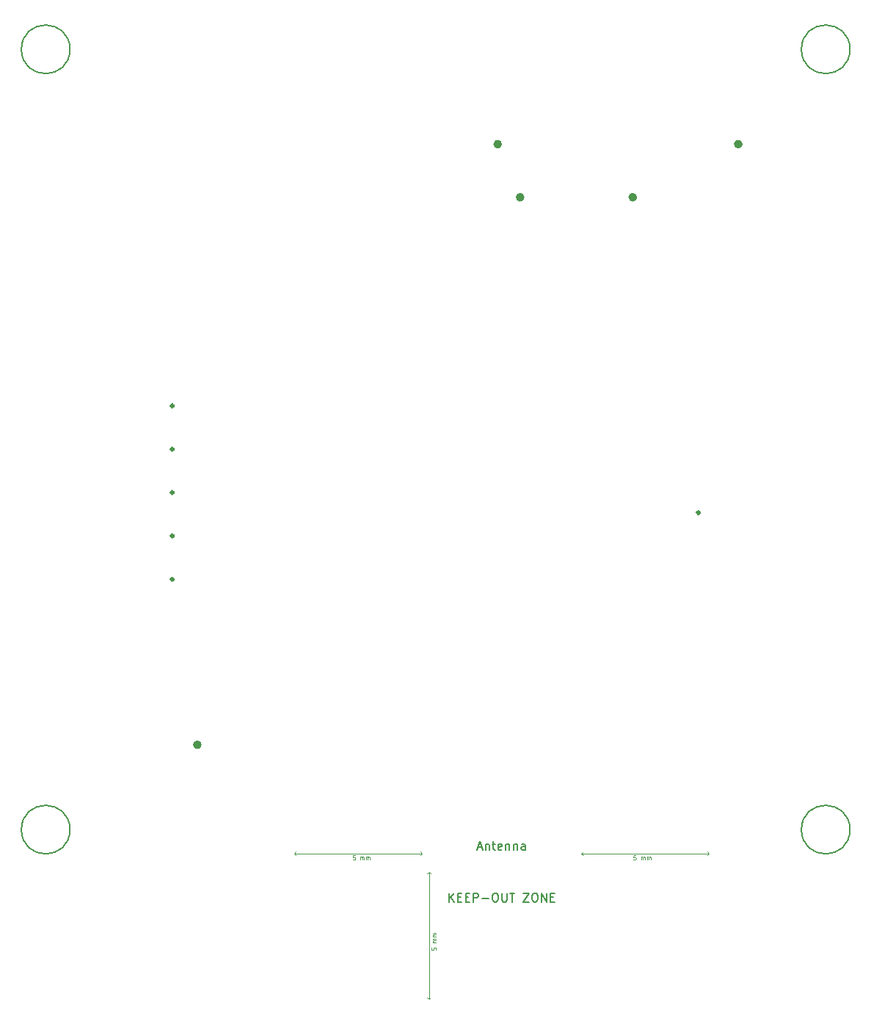
<source format=gbr>
%TF.GenerationSoftware,KiCad,Pcbnew,9.0.0*%
%TF.CreationDate,2025-03-04T23:32:21+01:00*%
%TF.ProjectId,garage-door-controller,67617261-6765-42d6-946f-6f722d636f6e,rev?*%
%TF.SameCoordinates,Original*%
%TF.FileFunction,Other,Comment*%
%FSLAX46Y46*%
G04 Gerber Fmt 4.6, Leading zero omitted, Abs format (unit mm)*
G04 Created by KiCad (PCBNEW 9.0.0) date 2025-03-04 23:32:21*
%MOMM*%
%LPD*%
G01*
G04 APERTURE LIST*
%ADD10C,0.150000*%
%ADD11C,0.100000*%
%ADD12C,0.500000*%
%ADD13C,0.300000*%
G04 APERTURE END LIST*
D10*
X101548571Y-153334818D02*
X101548571Y-152334818D01*
X102119999Y-153334818D02*
X101691428Y-152763389D01*
X102119999Y-152334818D02*
X101548571Y-152906246D01*
X102548571Y-152811008D02*
X102881904Y-152811008D01*
X103024761Y-153334818D02*
X102548571Y-153334818D01*
X102548571Y-153334818D02*
X102548571Y-152334818D01*
X102548571Y-152334818D02*
X103024761Y-152334818D01*
X103453333Y-152811008D02*
X103786666Y-152811008D01*
X103929523Y-153334818D02*
X103453333Y-153334818D01*
X103453333Y-153334818D02*
X103453333Y-152334818D01*
X103453333Y-152334818D02*
X103929523Y-152334818D01*
X104358095Y-153334818D02*
X104358095Y-152334818D01*
X104358095Y-152334818D02*
X104739047Y-152334818D01*
X104739047Y-152334818D02*
X104834285Y-152382437D01*
X104834285Y-152382437D02*
X104881904Y-152430056D01*
X104881904Y-152430056D02*
X104929523Y-152525294D01*
X104929523Y-152525294D02*
X104929523Y-152668151D01*
X104929523Y-152668151D02*
X104881904Y-152763389D01*
X104881904Y-152763389D02*
X104834285Y-152811008D01*
X104834285Y-152811008D02*
X104739047Y-152858627D01*
X104739047Y-152858627D02*
X104358095Y-152858627D01*
X105358095Y-152953865D02*
X106120000Y-152953865D01*
X106786666Y-152334818D02*
X106977142Y-152334818D01*
X106977142Y-152334818D02*
X107072380Y-152382437D01*
X107072380Y-152382437D02*
X107167618Y-152477675D01*
X107167618Y-152477675D02*
X107215237Y-152668151D01*
X107215237Y-152668151D02*
X107215237Y-153001484D01*
X107215237Y-153001484D02*
X107167618Y-153191960D01*
X107167618Y-153191960D02*
X107072380Y-153287199D01*
X107072380Y-153287199D02*
X106977142Y-153334818D01*
X106977142Y-153334818D02*
X106786666Y-153334818D01*
X106786666Y-153334818D02*
X106691428Y-153287199D01*
X106691428Y-153287199D02*
X106596190Y-153191960D01*
X106596190Y-153191960D02*
X106548571Y-153001484D01*
X106548571Y-153001484D02*
X106548571Y-152668151D01*
X106548571Y-152668151D02*
X106596190Y-152477675D01*
X106596190Y-152477675D02*
X106691428Y-152382437D01*
X106691428Y-152382437D02*
X106786666Y-152334818D01*
X107643809Y-152334818D02*
X107643809Y-153144341D01*
X107643809Y-153144341D02*
X107691428Y-153239579D01*
X107691428Y-153239579D02*
X107739047Y-153287199D01*
X107739047Y-153287199D02*
X107834285Y-153334818D01*
X107834285Y-153334818D02*
X108024761Y-153334818D01*
X108024761Y-153334818D02*
X108119999Y-153287199D01*
X108119999Y-153287199D02*
X108167618Y-153239579D01*
X108167618Y-153239579D02*
X108215237Y-153144341D01*
X108215237Y-153144341D02*
X108215237Y-152334818D01*
X108548571Y-152334818D02*
X109119999Y-152334818D01*
X108834285Y-153334818D02*
X108834285Y-152334818D01*
X110120000Y-152334818D02*
X110786666Y-152334818D01*
X110786666Y-152334818D02*
X110120000Y-153334818D01*
X110120000Y-153334818D02*
X110786666Y-153334818D01*
X111358095Y-152334818D02*
X111548571Y-152334818D01*
X111548571Y-152334818D02*
X111643809Y-152382437D01*
X111643809Y-152382437D02*
X111739047Y-152477675D01*
X111739047Y-152477675D02*
X111786666Y-152668151D01*
X111786666Y-152668151D02*
X111786666Y-153001484D01*
X111786666Y-153001484D02*
X111739047Y-153191960D01*
X111739047Y-153191960D02*
X111643809Y-153287199D01*
X111643809Y-153287199D02*
X111548571Y-153334818D01*
X111548571Y-153334818D02*
X111358095Y-153334818D01*
X111358095Y-153334818D02*
X111262857Y-153287199D01*
X111262857Y-153287199D02*
X111167619Y-153191960D01*
X111167619Y-153191960D02*
X111120000Y-153001484D01*
X111120000Y-153001484D02*
X111120000Y-152668151D01*
X111120000Y-152668151D02*
X111167619Y-152477675D01*
X111167619Y-152477675D02*
X111262857Y-152382437D01*
X111262857Y-152382437D02*
X111358095Y-152334818D01*
X112215238Y-153334818D02*
X112215238Y-152334818D01*
X112215238Y-152334818D02*
X112786666Y-153334818D01*
X112786666Y-153334818D02*
X112786666Y-152334818D01*
X113262857Y-152811008D02*
X113596190Y-152811008D01*
X113739047Y-153334818D02*
X113262857Y-153334818D01*
X113262857Y-153334818D02*
X113262857Y-152334818D01*
X113262857Y-152334818D02*
X113739047Y-152334818D01*
D11*
X123081904Y-147981108D02*
X122843809Y-147981108D01*
X122843809Y-147981108D02*
X122820000Y-148219203D01*
X122820000Y-148219203D02*
X122843809Y-148195394D01*
X122843809Y-148195394D02*
X122891428Y-148171584D01*
X122891428Y-148171584D02*
X123010476Y-148171584D01*
X123010476Y-148171584D02*
X123058095Y-148195394D01*
X123058095Y-148195394D02*
X123081904Y-148219203D01*
X123081904Y-148219203D02*
X123105714Y-148266822D01*
X123105714Y-148266822D02*
X123105714Y-148385870D01*
X123105714Y-148385870D02*
X123081904Y-148433489D01*
X123081904Y-148433489D02*
X123058095Y-148457299D01*
X123058095Y-148457299D02*
X123010476Y-148481108D01*
X123010476Y-148481108D02*
X122891428Y-148481108D01*
X122891428Y-148481108D02*
X122843809Y-148457299D01*
X122843809Y-148457299D02*
X122820000Y-148433489D01*
X123700951Y-148481108D02*
X123700951Y-148147775D01*
X123700951Y-148195394D02*
X123724761Y-148171584D01*
X123724761Y-148171584D02*
X123772380Y-148147775D01*
X123772380Y-148147775D02*
X123843808Y-148147775D01*
X123843808Y-148147775D02*
X123891427Y-148171584D01*
X123891427Y-148171584D02*
X123915237Y-148219203D01*
X123915237Y-148219203D02*
X123915237Y-148481108D01*
X123915237Y-148219203D02*
X123939046Y-148171584D01*
X123939046Y-148171584D02*
X123986665Y-148147775D01*
X123986665Y-148147775D02*
X124058094Y-148147775D01*
X124058094Y-148147775D02*
X124105713Y-148171584D01*
X124105713Y-148171584D02*
X124129523Y-148219203D01*
X124129523Y-148219203D02*
X124129523Y-148481108D01*
X124367618Y-148481108D02*
X124367618Y-148147775D01*
X124367618Y-148195394D02*
X124391428Y-148171584D01*
X124391428Y-148171584D02*
X124439047Y-148147775D01*
X124439047Y-148147775D02*
X124510475Y-148147775D01*
X124510475Y-148147775D02*
X124558094Y-148171584D01*
X124558094Y-148171584D02*
X124581904Y-148219203D01*
X124581904Y-148219203D02*
X124581904Y-148481108D01*
X124581904Y-148219203D02*
X124605713Y-148171584D01*
X124605713Y-148171584D02*
X124653332Y-148147775D01*
X124653332Y-148147775D02*
X124724761Y-148147775D01*
X124724761Y-148147775D02*
X124772380Y-148171584D01*
X124772380Y-148171584D02*
X124796190Y-148219203D01*
X124796190Y-148219203D02*
X124796190Y-148481108D01*
D10*
X104858095Y-147049103D02*
X105334285Y-147049103D01*
X104762857Y-147334818D02*
X105096190Y-146334818D01*
X105096190Y-146334818D02*
X105429523Y-147334818D01*
X105762857Y-146668151D02*
X105762857Y-147334818D01*
X105762857Y-146763389D02*
X105810476Y-146715770D01*
X105810476Y-146715770D02*
X105905714Y-146668151D01*
X105905714Y-146668151D02*
X106048571Y-146668151D01*
X106048571Y-146668151D02*
X106143809Y-146715770D01*
X106143809Y-146715770D02*
X106191428Y-146811008D01*
X106191428Y-146811008D02*
X106191428Y-147334818D01*
X106524762Y-146668151D02*
X106905714Y-146668151D01*
X106667619Y-146334818D02*
X106667619Y-147191960D01*
X106667619Y-147191960D02*
X106715238Y-147287199D01*
X106715238Y-147287199D02*
X106810476Y-147334818D01*
X106810476Y-147334818D02*
X106905714Y-147334818D01*
X107620000Y-147287199D02*
X107524762Y-147334818D01*
X107524762Y-147334818D02*
X107334286Y-147334818D01*
X107334286Y-147334818D02*
X107239048Y-147287199D01*
X107239048Y-147287199D02*
X107191429Y-147191960D01*
X107191429Y-147191960D02*
X107191429Y-146811008D01*
X107191429Y-146811008D02*
X107239048Y-146715770D01*
X107239048Y-146715770D02*
X107334286Y-146668151D01*
X107334286Y-146668151D02*
X107524762Y-146668151D01*
X107524762Y-146668151D02*
X107620000Y-146715770D01*
X107620000Y-146715770D02*
X107667619Y-146811008D01*
X107667619Y-146811008D02*
X107667619Y-146906246D01*
X107667619Y-146906246D02*
X107191429Y-147001484D01*
X108096191Y-146668151D02*
X108096191Y-147334818D01*
X108096191Y-146763389D02*
X108143810Y-146715770D01*
X108143810Y-146715770D02*
X108239048Y-146668151D01*
X108239048Y-146668151D02*
X108381905Y-146668151D01*
X108381905Y-146668151D02*
X108477143Y-146715770D01*
X108477143Y-146715770D02*
X108524762Y-146811008D01*
X108524762Y-146811008D02*
X108524762Y-147334818D01*
X109000953Y-146668151D02*
X109000953Y-147334818D01*
X109000953Y-146763389D02*
X109048572Y-146715770D01*
X109048572Y-146715770D02*
X109143810Y-146668151D01*
X109143810Y-146668151D02*
X109286667Y-146668151D01*
X109286667Y-146668151D02*
X109381905Y-146715770D01*
X109381905Y-146715770D02*
X109429524Y-146811008D01*
X109429524Y-146811008D02*
X109429524Y-147334818D01*
X110334286Y-147334818D02*
X110334286Y-146811008D01*
X110334286Y-146811008D02*
X110286667Y-146715770D01*
X110286667Y-146715770D02*
X110191429Y-146668151D01*
X110191429Y-146668151D02*
X110000953Y-146668151D01*
X110000953Y-146668151D02*
X109905715Y-146715770D01*
X110334286Y-147287199D02*
X110239048Y-147334818D01*
X110239048Y-147334818D02*
X110000953Y-147334818D01*
X110000953Y-147334818D02*
X109905715Y-147287199D01*
X109905715Y-147287199D02*
X109858096Y-147191960D01*
X109858096Y-147191960D02*
X109858096Y-147096722D01*
X109858096Y-147096722D02*
X109905715Y-147001484D01*
X109905715Y-147001484D02*
X110000953Y-146953865D01*
X110000953Y-146953865D02*
X110239048Y-146953865D01*
X110239048Y-146953865D02*
X110334286Y-146906246D01*
D11*
X99546109Y-158618094D02*
X99546109Y-158856189D01*
X99546109Y-158856189D02*
X99784204Y-158879998D01*
X99784204Y-158879998D02*
X99760395Y-158856189D01*
X99760395Y-158856189D02*
X99736585Y-158808570D01*
X99736585Y-158808570D02*
X99736585Y-158689522D01*
X99736585Y-158689522D02*
X99760395Y-158641903D01*
X99760395Y-158641903D02*
X99784204Y-158618094D01*
X99784204Y-158618094D02*
X99831823Y-158594284D01*
X99831823Y-158594284D02*
X99950871Y-158594284D01*
X99950871Y-158594284D02*
X99998490Y-158618094D01*
X99998490Y-158618094D02*
X100022300Y-158641903D01*
X100022300Y-158641903D02*
X100046109Y-158689522D01*
X100046109Y-158689522D02*
X100046109Y-158808570D01*
X100046109Y-158808570D02*
X100022300Y-158856189D01*
X100022300Y-158856189D02*
X99998490Y-158879998D01*
X100046109Y-157999047D02*
X99712776Y-157999047D01*
X99760395Y-157999047D02*
X99736585Y-157975237D01*
X99736585Y-157975237D02*
X99712776Y-157927618D01*
X99712776Y-157927618D02*
X99712776Y-157856190D01*
X99712776Y-157856190D02*
X99736585Y-157808571D01*
X99736585Y-157808571D02*
X99784204Y-157784761D01*
X99784204Y-157784761D02*
X100046109Y-157784761D01*
X99784204Y-157784761D02*
X99736585Y-157760952D01*
X99736585Y-157760952D02*
X99712776Y-157713333D01*
X99712776Y-157713333D02*
X99712776Y-157641904D01*
X99712776Y-157641904D02*
X99736585Y-157594285D01*
X99736585Y-157594285D02*
X99784204Y-157570475D01*
X99784204Y-157570475D02*
X100046109Y-157570475D01*
X100046109Y-157332380D02*
X99712776Y-157332380D01*
X99760395Y-157332380D02*
X99736585Y-157308570D01*
X99736585Y-157308570D02*
X99712776Y-157260951D01*
X99712776Y-157260951D02*
X99712776Y-157189523D01*
X99712776Y-157189523D02*
X99736585Y-157141904D01*
X99736585Y-157141904D02*
X99784204Y-157118094D01*
X99784204Y-157118094D02*
X100046109Y-157118094D01*
X99784204Y-157118094D02*
X99736585Y-157094285D01*
X99736585Y-157094285D02*
X99712776Y-157046666D01*
X99712776Y-157046666D02*
X99712776Y-156975237D01*
X99712776Y-156975237D02*
X99736585Y-156927618D01*
X99736585Y-156927618D02*
X99784204Y-156903808D01*
X99784204Y-156903808D02*
X100046109Y-156903808D01*
X90681904Y-147981108D02*
X90443809Y-147981108D01*
X90443809Y-147981108D02*
X90420000Y-148219203D01*
X90420000Y-148219203D02*
X90443809Y-148195394D01*
X90443809Y-148195394D02*
X90491428Y-148171584D01*
X90491428Y-148171584D02*
X90610476Y-148171584D01*
X90610476Y-148171584D02*
X90658095Y-148195394D01*
X90658095Y-148195394D02*
X90681904Y-148219203D01*
X90681904Y-148219203D02*
X90705714Y-148266822D01*
X90705714Y-148266822D02*
X90705714Y-148385870D01*
X90705714Y-148385870D02*
X90681904Y-148433489D01*
X90681904Y-148433489D02*
X90658095Y-148457299D01*
X90658095Y-148457299D02*
X90610476Y-148481108D01*
X90610476Y-148481108D02*
X90491428Y-148481108D01*
X90491428Y-148481108D02*
X90443809Y-148457299D01*
X90443809Y-148457299D02*
X90420000Y-148433489D01*
X91300951Y-148481108D02*
X91300951Y-148147775D01*
X91300951Y-148195394D02*
X91324761Y-148171584D01*
X91324761Y-148171584D02*
X91372380Y-148147775D01*
X91372380Y-148147775D02*
X91443808Y-148147775D01*
X91443808Y-148147775D02*
X91491427Y-148171584D01*
X91491427Y-148171584D02*
X91515237Y-148219203D01*
X91515237Y-148219203D02*
X91515237Y-148481108D01*
X91515237Y-148219203D02*
X91539046Y-148171584D01*
X91539046Y-148171584D02*
X91586665Y-148147775D01*
X91586665Y-148147775D02*
X91658094Y-148147775D01*
X91658094Y-148147775D02*
X91705713Y-148171584D01*
X91705713Y-148171584D02*
X91729523Y-148219203D01*
X91729523Y-148219203D02*
X91729523Y-148481108D01*
X91967618Y-148481108D02*
X91967618Y-148147775D01*
X91967618Y-148195394D02*
X91991428Y-148171584D01*
X91991428Y-148171584D02*
X92039047Y-148147775D01*
X92039047Y-148147775D02*
X92110475Y-148147775D01*
X92110475Y-148147775D02*
X92158094Y-148171584D01*
X92158094Y-148171584D02*
X92181904Y-148219203D01*
X92181904Y-148219203D02*
X92181904Y-148481108D01*
X92181904Y-148219203D02*
X92205713Y-148171584D01*
X92205713Y-148171584D02*
X92253332Y-148147775D01*
X92253332Y-148147775D02*
X92324761Y-148147775D01*
X92324761Y-148147775D02*
X92372380Y-148171584D01*
X92372380Y-148171584D02*
X92396190Y-148219203D01*
X92396190Y-148219203D02*
X92396190Y-148481108D01*
D12*
%TO.C,Q12*%
X135160000Y-65940000D02*
G75*
G02*
X134660000Y-65940000I-250000J0D01*
G01*
X134660000Y-65940000D02*
G75*
G02*
X135160000Y-65940000I250000J0D01*
G01*
%TO.C,Q4*%
X72750000Y-135210000D02*
G75*
G02*
X72250000Y-135210000I-250000J0D01*
G01*
X72250000Y-135210000D02*
G75*
G02*
X72750000Y-135210000I250000J0D01*
G01*
D13*
%TO.C,U10*%
X130460000Y-108441940D02*
G75*
G02*
X130160000Y-108441940I-150000J0D01*
G01*
X130160000Y-108441940D02*
G75*
G02*
X130460000Y-108441940I150000J0D01*
G01*
D10*
%TO.C,H4*%
X147800000Y-145000000D02*
G75*
G02*
X142200000Y-145000000I-2800000J0D01*
G01*
X142200000Y-145000000D02*
G75*
G02*
X147800000Y-145000000I2800000J0D01*
G01*
D13*
%TO.C,U5*%
X69750000Y-116130000D02*
G75*
G02*
X69450000Y-116130000I-150000J0D01*
G01*
X69450000Y-116130000D02*
G75*
G02*
X69750000Y-116130000I150000J0D01*
G01*
D12*
%TO.C,Q9*%
X107410000Y-65940000D02*
G75*
G02*
X106910000Y-65940000I-250000J0D01*
G01*
X106910000Y-65940000D02*
G75*
G02*
X107410000Y-65940000I250000J0D01*
G01*
D10*
%TO.C,H3*%
X147800000Y-55000000D02*
G75*
G02*
X142200000Y-55000000I-2800000J0D01*
G01*
X142200000Y-55000000D02*
G75*
G02*
X147800000Y-55000000I2800000J0D01*
G01*
D11*
%TO.C,U8*%
X83680000Y-147754999D02*
X83880000Y-147554999D01*
X83680000Y-147754999D02*
X83880000Y-147954999D01*
X98420000Y-147754999D02*
X83680000Y-147754999D01*
X98420000Y-147754999D02*
X98220000Y-147554999D01*
X98420000Y-147754999D02*
X98220000Y-147954999D01*
X99220000Y-164559999D02*
X99020000Y-164359999D01*
X99220000Y-164559999D02*
X99420000Y-164359999D01*
X99220001Y-149879999D02*
X99020000Y-150079999D01*
X99220001Y-149879999D02*
X99220000Y-164559999D01*
X99220001Y-149879999D02*
X99420000Y-150079998D01*
X116820000Y-147754999D02*
X117020000Y-147554999D01*
X116820000Y-147754999D02*
X117020000Y-147954999D01*
X131560000Y-147754999D02*
X116820000Y-147754999D01*
X131560000Y-147754999D02*
X131360000Y-147554999D01*
X131560000Y-147754999D02*
X131360000Y-147954999D01*
D10*
%TO.C,H2*%
X57800000Y-145000000D02*
G75*
G02*
X52200000Y-145000000I-2800000J0D01*
G01*
X52200000Y-145000000D02*
G75*
G02*
X57800000Y-145000000I2800000J0D01*
G01*
D13*
%TO.C,U4*%
X69750000Y-111130000D02*
G75*
G02*
X69450000Y-111130000I-150000J0D01*
G01*
X69450000Y-111130000D02*
G75*
G02*
X69750000Y-111130000I150000J0D01*
G01*
D12*
%TO.C,Q11*%
X122990001Y-72060000D02*
G75*
G02*
X122490001Y-72060000I-250000J0D01*
G01*
X122490001Y-72060000D02*
G75*
G02*
X122990001Y-72060000I250000J0D01*
G01*
D13*
%TO.C,U1*%
X69750000Y-96130000D02*
G75*
G02*
X69450000Y-96130000I-150000J0D01*
G01*
X69450000Y-96130000D02*
G75*
G02*
X69750000Y-96130000I150000J0D01*
G01*
D10*
%TO.C,H1*%
X57800000Y-55000000D02*
G75*
G02*
X52200000Y-55000000I-2800000J0D01*
G01*
X52200000Y-55000000D02*
G75*
G02*
X57800000Y-55000000I2800000J0D01*
G01*
D13*
%TO.C,U2*%
X69750000Y-101130000D02*
G75*
G02*
X69450000Y-101130000I-150000J0D01*
G01*
X69450000Y-101130000D02*
G75*
G02*
X69750000Y-101130000I150000J0D01*
G01*
%TO.C,U3*%
X69750000Y-106130000D02*
G75*
G02*
X69450000Y-106130000I-150000J0D01*
G01*
X69450000Y-106130000D02*
G75*
G02*
X69750000Y-106130000I150000J0D01*
G01*
D12*
%TO.C,Q10*%
X109990001Y-72060000D02*
G75*
G02*
X109490001Y-72060000I-250000J0D01*
G01*
X109490001Y-72060000D02*
G75*
G02*
X109990001Y-72060000I250000J0D01*
G01*
%TD*%
M02*

</source>
